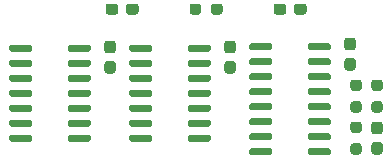
<source format=gbr>
%TF.GenerationSoftware,KiCad,Pcbnew,(5.1.7)-1*%
%TF.CreationDate,2021-03-23T20:34:08+01:00*%
%TF.ProjectId,sk-1_octave,736b2d31-5f6f-4637-9461-76652e6b6963,rev?*%
%TF.SameCoordinates,Original*%
%TF.FileFunction,Paste,Top*%
%TF.FilePolarity,Positive*%
%FSLAX46Y46*%
G04 Gerber Fmt 4.6, Leading zero omitted, Abs format (unit mm)*
G04 Created by KiCad (PCBNEW (5.1.7)-1) date 2021-03-23 20:34:08*
%MOMM*%
%LPD*%
G01*
G04 APERTURE LIST*
G04 APERTURE END LIST*
%TO.C,R4*%
G36*
G01*
X106442500Y-111931000D02*
X106917500Y-111931000D01*
G75*
G02*
X107155000Y-112168500I0J-237500D01*
G01*
X107155000Y-112668500D01*
G75*
G02*
X106917500Y-112906000I-237500J0D01*
G01*
X106442500Y-112906000D01*
G75*
G02*
X106205000Y-112668500I0J237500D01*
G01*
X106205000Y-112168500D01*
G75*
G02*
X106442500Y-111931000I237500J0D01*
G01*
G37*
G36*
G01*
X106442500Y-110106000D02*
X106917500Y-110106000D01*
G75*
G02*
X107155000Y-110343500I0J-237500D01*
G01*
X107155000Y-110843500D01*
G75*
G02*
X106917500Y-111081000I-237500J0D01*
G01*
X106442500Y-111081000D01*
G75*
G02*
X106205000Y-110843500I0J237500D01*
G01*
X106205000Y-110343500D01*
G75*
G02*
X106442500Y-110106000I237500J0D01*
G01*
G37*
%TD*%
%TO.C,R3*%
G36*
G01*
X106917500Y-107525000D02*
X106442500Y-107525000D01*
G75*
G02*
X106205000Y-107287500I0J237500D01*
G01*
X106205000Y-106787500D01*
G75*
G02*
X106442500Y-106550000I237500J0D01*
G01*
X106917500Y-106550000D01*
G75*
G02*
X107155000Y-106787500I0J-237500D01*
G01*
X107155000Y-107287500D01*
G75*
G02*
X106917500Y-107525000I-237500J0D01*
G01*
G37*
G36*
G01*
X106917500Y-109350000D02*
X106442500Y-109350000D01*
G75*
G02*
X106205000Y-109112500I0J237500D01*
G01*
X106205000Y-108612500D01*
G75*
G02*
X106442500Y-108375000I237500J0D01*
G01*
X106917500Y-108375000D01*
G75*
G02*
X107155000Y-108612500I0J-237500D01*
G01*
X107155000Y-109112500D01*
G75*
G02*
X106917500Y-109350000I-237500J0D01*
G01*
G37*
%TD*%
%TO.C,R2*%
G36*
G01*
X108220500Y-108375000D02*
X108695500Y-108375000D01*
G75*
G02*
X108933000Y-108612500I0J-237500D01*
G01*
X108933000Y-109112500D01*
G75*
G02*
X108695500Y-109350000I-237500J0D01*
G01*
X108220500Y-109350000D01*
G75*
G02*
X107983000Y-109112500I0J237500D01*
G01*
X107983000Y-108612500D01*
G75*
G02*
X108220500Y-108375000I237500J0D01*
G01*
G37*
G36*
G01*
X108220500Y-106550000D02*
X108695500Y-106550000D01*
G75*
G02*
X108933000Y-106787500I0J-237500D01*
G01*
X108933000Y-107287500D01*
G75*
G02*
X108695500Y-107525000I-237500J0D01*
G01*
X108220500Y-107525000D01*
G75*
G02*
X107983000Y-107287500I0J237500D01*
G01*
X107983000Y-106787500D01*
G75*
G02*
X108220500Y-106550000I237500J0D01*
G01*
G37*
%TD*%
%TO.C,C6*%
G36*
G01*
X101417000Y-100821500D02*
X101417000Y-100346500D01*
G75*
G02*
X101654500Y-100109000I237500J0D01*
G01*
X102254500Y-100109000D01*
G75*
G02*
X102492000Y-100346500I0J-237500D01*
G01*
X102492000Y-100821500D01*
G75*
G02*
X102254500Y-101059000I-237500J0D01*
G01*
X101654500Y-101059000D01*
G75*
G02*
X101417000Y-100821500I0J237500D01*
G01*
G37*
G36*
G01*
X99692000Y-100821500D02*
X99692000Y-100346500D01*
G75*
G02*
X99929500Y-100109000I237500J0D01*
G01*
X100529500Y-100109000D01*
G75*
G02*
X100767000Y-100346500I0J-237500D01*
G01*
X100767000Y-100821500D01*
G75*
G02*
X100529500Y-101059000I-237500J0D01*
G01*
X99929500Y-101059000D01*
G75*
G02*
X99692000Y-100821500I0J237500D01*
G01*
G37*
%TD*%
%TO.C,C5*%
G36*
G01*
X95774500Y-104973000D02*
X96249500Y-104973000D01*
G75*
G02*
X96487000Y-105210500I0J-237500D01*
G01*
X96487000Y-105810500D01*
G75*
G02*
X96249500Y-106048000I-237500J0D01*
G01*
X95774500Y-106048000D01*
G75*
G02*
X95537000Y-105810500I0J237500D01*
G01*
X95537000Y-105210500D01*
G75*
G02*
X95774500Y-104973000I237500J0D01*
G01*
G37*
G36*
G01*
X95774500Y-103248000D02*
X96249500Y-103248000D01*
G75*
G02*
X96487000Y-103485500I0J-237500D01*
G01*
X96487000Y-104085500D01*
G75*
G02*
X96249500Y-104323000I-237500J0D01*
G01*
X95774500Y-104323000D01*
G75*
G02*
X95537000Y-104085500I0J237500D01*
G01*
X95537000Y-103485500D01*
G75*
G02*
X95774500Y-103248000I237500J0D01*
G01*
G37*
%TD*%
%TO.C,U3*%
G36*
G01*
X102592000Y-103909000D02*
X102592000Y-103609000D01*
G75*
G02*
X102742000Y-103459000I150000J0D01*
G01*
X104392000Y-103459000D01*
G75*
G02*
X104542000Y-103609000I0J-150000D01*
G01*
X104542000Y-103909000D01*
G75*
G02*
X104392000Y-104059000I-150000J0D01*
G01*
X102742000Y-104059000D01*
G75*
G02*
X102592000Y-103909000I0J150000D01*
G01*
G37*
G36*
G01*
X102592000Y-105179000D02*
X102592000Y-104879000D01*
G75*
G02*
X102742000Y-104729000I150000J0D01*
G01*
X104392000Y-104729000D01*
G75*
G02*
X104542000Y-104879000I0J-150000D01*
G01*
X104542000Y-105179000D01*
G75*
G02*
X104392000Y-105329000I-150000J0D01*
G01*
X102742000Y-105329000D01*
G75*
G02*
X102592000Y-105179000I0J150000D01*
G01*
G37*
G36*
G01*
X102592000Y-106449000D02*
X102592000Y-106149000D01*
G75*
G02*
X102742000Y-105999000I150000J0D01*
G01*
X104392000Y-105999000D01*
G75*
G02*
X104542000Y-106149000I0J-150000D01*
G01*
X104542000Y-106449000D01*
G75*
G02*
X104392000Y-106599000I-150000J0D01*
G01*
X102742000Y-106599000D01*
G75*
G02*
X102592000Y-106449000I0J150000D01*
G01*
G37*
G36*
G01*
X102592000Y-107719000D02*
X102592000Y-107419000D01*
G75*
G02*
X102742000Y-107269000I150000J0D01*
G01*
X104392000Y-107269000D01*
G75*
G02*
X104542000Y-107419000I0J-150000D01*
G01*
X104542000Y-107719000D01*
G75*
G02*
X104392000Y-107869000I-150000J0D01*
G01*
X102742000Y-107869000D01*
G75*
G02*
X102592000Y-107719000I0J150000D01*
G01*
G37*
G36*
G01*
X102592000Y-108989000D02*
X102592000Y-108689000D01*
G75*
G02*
X102742000Y-108539000I150000J0D01*
G01*
X104392000Y-108539000D01*
G75*
G02*
X104542000Y-108689000I0J-150000D01*
G01*
X104542000Y-108989000D01*
G75*
G02*
X104392000Y-109139000I-150000J0D01*
G01*
X102742000Y-109139000D01*
G75*
G02*
X102592000Y-108989000I0J150000D01*
G01*
G37*
G36*
G01*
X102592000Y-110259000D02*
X102592000Y-109959000D01*
G75*
G02*
X102742000Y-109809000I150000J0D01*
G01*
X104392000Y-109809000D01*
G75*
G02*
X104542000Y-109959000I0J-150000D01*
G01*
X104542000Y-110259000D01*
G75*
G02*
X104392000Y-110409000I-150000J0D01*
G01*
X102742000Y-110409000D01*
G75*
G02*
X102592000Y-110259000I0J150000D01*
G01*
G37*
G36*
G01*
X102592000Y-111529000D02*
X102592000Y-111229000D01*
G75*
G02*
X102742000Y-111079000I150000J0D01*
G01*
X104392000Y-111079000D01*
G75*
G02*
X104542000Y-111229000I0J-150000D01*
G01*
X104542000Y-111529000D01*
G75*
G02*
X104392000Y-111679000I-150000J0D01*
G01*
X102742000Y-111679000D01*
G75*
G02*
X102592000Y-111529000I0J150000D01*
G01*
G37*
G36*
G01*
X102592000Y-112799000D02*
X102592000Y-112499000D01*
G75*
G02*
X102742000Y-112349000I150000J0D01*
G01*
X104392000Y-112349000D01*
G75*
G02*
X104542000Y-112499000I0J-150000D01*
G01*
X104542000Y-112799000D01*
G75*
G02*
X104392000Y-112949000I-150000J0D01*
G01*
X102742000Y-112949000D01*
G75*
G02*
X102592000Y-112799000I0J150000D01*
G01*
G37*
G36*
G01*
X97642000Y-112799000D02*
X97642000Y-112499000D01*
G75*
G02*
X97792000Y-112349000I150000J0D01*
G01*
X99442000Y-112349000D01*
G75*
G02*
X99592000Y-112499000I0J-150000D01*
G01*
X99592000Y-112799000D01*
G75*
G02*
X99442000Y-112949000I-150000J0D01*
G01*
X97792000Y-112949000D01*
G75*
G02*
X97642000Y-112799000I0J150000D01*
G01*
G37*
G36*
G01*
X97642000Y-111529000D02*
X97642000Y-111229000D01*
G75*
G02*
X97792000Y-111079000I150000J0D01*
G01*
X99442000Y-111079000D01*
G75*
G02*
X99592000Y-111229000I0J-150000D01*
G01*
X99592000Y-111529000D01*
G75*
G02*
X99442000Y-111679000I-150000J0D01*
G01*
X97792000Y-111679000D01*
G75*
G02*
X97642000Y-111529000I0J150000D01*
G01*
G37*
G36*
G01*
X97642000Y-110259000D02*
X97642000Y-109959000D01*
G75*
G02*
X97792000Y-109809000I150000J0D01*
G01*
X99442000Y-109809000D01*
G75*
G02*
X99592000Y-109959000I0J-150000D01*
G01*
X99592000Y-110259000D01*
G75*
G02*
X99442000Y-110409000I-150000J0D01*
G01*
X97792000Y-110409000D01*
G75*
G02*
X97642000Y-110259000I0J150000D01*
G01*
G37*
G36*
G01*
X97642000Y-108989000D02*
X97642000Y-108689000D01*
G75*
G02*
X97792000Y-108539000I150000J0D01*
G01*
X99442000Y-108539000D01*
G75*
G02*
X99592000Y-108689000I0J-150000D01*
G01*
X99592000Y-108989000D01*
G75*
G02*
X99442000Y-109139000I-150000J0D01*
G01*
X97792000Y-109139000D01*
G75*
G02*
X97642000Y-108989000I0J150000D01*
G01*
G37*
G36*
G01*
X97642000Y-107719000D02*
X97642000Y-107419000D01*
G75*
G02*
X97792000Y-107269000I150000J0D01*
G01*
X99442000Y-107269000D01*
G75*
G02*
X99592000Y-107419000I0J-150000D01*
G01*
X99592000Y-107719000D01*
G75*
G02*
X99442000Y-107869000I-150000J0D01*
G01*
X97792000Y-107869000D01*
G75*
G02*
X97642000Y-107719000I0J150000D01*
G01*
G37*
G36*
G01*
X97642000Y-106449000D02*
X97642000Y-106149000D01*
G75*
G02*
X97792000Y-105999000I150000J0D01*
G01*
X99442000Y-105999000D01*
G75*
G02*
X99592000Y-106149000I0J-150000D01*
G01*
X99592000Y-106449000D01*
G75*
G02*
X99442000Y-106599000I-150000J0D01*
G01*
X97792000Y-106599000D01*
G75*
G02*
X97642000Y-106449000I0J150000D01*
G01*
G37*
G36*
G01*
X97642000Y-105179000D02*
X97642000Y-104879000D01*
G75*
G02*
X97792000Y-104729000I150000J0D01*
G01*
X99442000Y-104729000D01*
G75*
G02*
X99592000Y-104879000I0J-150000D01*
G01*
X99592000Y-105179000D01*
G75*
G02*
X99442000Y-105329000I-150000J0D01*
G01*
X97792000Y-105329000D01*
G75*
G02*
X97642000Y-105179000I0J150000D01*
G01*
G37*
G36*
G01*
X97642000Y-103909000D02*
X97642000Y-103609000D01*
G75*
G02*
X97792000Y-103459000I150000J0D01*
G01*
X99442000Y-103459000D01*
G75*
G02*
X99592000Y-103609000I0J-150000D01*
G01*
X99592000Y-103909000D01*
G75*
G02*
X99442000Y-104059000I-150000J0D01*
G01*
X97792000Y-104059000D01*
G75*
G02*
X97642000Y-103909000I0J150000D01*
G01*
G37*
%TD*%
%TO.C,U2*%
G36*
G01*
X92432000Y-104036000D02*
X92432000Y-103736000D01*
G75*
G02*
X92582000Y-103586000I150000J0D01*
G01*
X94232000Y-103586000D01*
G75*
G02*
X94382000Y-103736000I0J-150000D01*
G01*
X94382000Y-104036000D01*
G75*
G02*
X94232000Y-104186000I-150000J0D01*
G01*
X92582000Y-104186000D01*
G75*
G02*
X92432000Y-104036000I0J150000D01*
G01*
G37*
G36*
G01*
X92432000Y-105306000D02*
X92432000Y-105006000D01*
G75*
G02*
X92582000Y-104856000I150000J0D01*
G01*
X94232000Y-104856000D01*
G75*
G02*
X94382000Y-105006000I0J-150000D01*
G01*
X94382000Y-105306000D01*
G75*
G02*
X94232000Y-105456000I-150000J0D01*
G01*
X92582000Y-105456000D01*
G75*
G02*
X92432000Y-105306000I0J150000D01*
G01*
G37*
G36*
G01*
X92432000Y-106576000D02*
X92432000Y-106276000D01*
G75*
G02*
X92582000Y-106126000I150000J0D01*
G01*
X94232000Y-106126000D01*
G75*
G02*
X94382000Y-106276000I0J-150000D01*
G01*
X94382000Y-106576000D01*
G75*
G02*
X94232000Y-106726000I-150000J0D01*
G01*
X92582000Y-106726000D01*
G75*
G02*
X92432000Y-106576000I0J150000D01*
G01*
G37*
G36*
G01*
X92432000Y-107846000D02*
X92432000Y-107546000D01*
G75*
G02*
X92582000Y-107396000I150000J0D01*
G01*
X94232000Y-107396000D01*
G75*
G02*
X94382000Y-107546000I0J-150000D01*
G01*
X94382000Y-107846000D01*
G75*
G02*
X94232000Y-107996000I-150000J0D01*
G01*
X92582000Y-107996000D01*
G75*
G02*
X92432000Y-107846000I0J150000D01*
G01*
G37*
G36*
G01*
X92432000Y-109116000D02*
X92432000Y-108816000D01*
G75*
G02*
X92582000Y-108666000I150000J0D01*
G01*
X94232000Y-108666000D01*
G75*
G02*
X94382000Y-108816000I0J-150000D01*
G01*
X94382000Y-109116000D01*
G75*
G02*
X94232000Y-109266000I-150000J0D01*
G01*
X92582000Y-109266000D01*
G75*
G02*
X92432000Y-109116000I0J150000D01*
G01*
G37*
G36*
G01*
X92432000Y-110386000D02*
X92432000Y-110086000D01*
G75*
G02*
X92582000Y-109936000I150000J0D01*
G01*
X94232000Y-109936000D01*
G75*
G02*
X94382000Y-110086000I0J-150000D01*
G01*
X94382000Y-110386000D01*
G75*
G02*
X94232000Y-110536000I-150000J0D01*
G01*
X92582000Y-110536000D01*
G75*
G02*
X92432000Y-110386000I0J150000D01*
G01*
G37*
G36*
G01*
X92432000Y-111656000D02*
X92432000Y-111356000D01*
G75*
G02*
X92582000Y-111206000I150000J0D01*
G01*
X94232000Y-111206000D01*
G75*
G02*
X94382000Y-111356000I0J-150000D01*
G01*
X94382000Y-111656000D01*
G75*
G02*
X94232000Y-111806000I-150000J0D01*
G01*
X92582000Y-111806000D01*
G75*
G02*
X92432000Y-111656000I0J150000D01*
G01*
G37*
G36*
G01*
X87482000Y-111656000D02*
X87482000Y-111356000D01*
G75*
G02*
X87632000Y-111206000I150000J0D01*
G01*
X89282000Y-111206000D01*
G75*
G02*
X89432000Y-111356000I0J-150000D01*
G01*
X89432000Y-111656000D01*
G75*
G02*
X89282000Y-111806000I-150000J0D01*
G01*
X87632000Y-111806000D01*
G75*
G02*
X87482000Y-111656000I0J150000D01*
G01*
G37*
G36*
G01*
X87482000Y-110386000D02*
X87482000Y-110086000D01*
G75*
G02*
X87632000Y-109936000I150000J0D01*
G01*
X89282000Y-109936000D01*
G75*
G02*
X89432000Y-110086000I0J-150000D01*
G01*
X89432000Y-110386000D01*
G75*
G02*
X89282000Y-110536000I-150000J0D01*
G01*
X87632000Y-110536000D01*
G75*
G02*
X87482000Y-110386000I0J150000D01*
G01*
G37*
G36*
G01*
X87482000Y-109116000D02*
X87482000Y-108816000D01*
G75*
G02*
X87632000Y-108666000I150000J0D01*
G01*
X89282000Y-108666000D01*
G75*
G02*
X89432000Y-108816000I0J-150000D01*
G01*
X89432000Y-109116000D01*
G75*
G02*
X89282000Y-109266000I-150000J0D01*
G01*
X87632000Y-109266000D01*
G75*
G02*
X87482000Y-109116000I0J150000D01*
G01*
G37*
G36*
G01*
X87482000Y-107846000D02*
X87482000Y-107546000D01*
G75*
G02*
X87632000Y-107396000I150000J0D01*
G01*
X89282000Y-107396000D01*
G75*
G02*
X89432000Y-107546000I0J-150000D01*
G01*
X89432000Y-107846000D01*
G75*
G02*
X89282000Y-107996000I-150000J0D01*
G01*
X87632000Y-107996000D01*
G75*
G02*
X87482000Y-107846000I0J150000D01*
G01*
G37*
G36*
G01*
X87482000Y-106576000D02*
X87482000Y-106276000D01*
G75*
G02*
X87632000Y-106126000I150000J0D01*
G01*
X89282000Y-106126000D01*
G75*
G02*
X89432000Y-106276000I0J-150000D01*
G01*
X89432000Y-106576000D01*
G75*
G02*
X89282000Y-106726000I-150000J0D01*
G01*
X87632000Y-106726000D01*
G75*
G02*
X87482000Y-106576000I0J150000D01*
G01*
G37*
G36*
G01*
X87482000Y-105306000D02*
X87482000Y-105006000D01*
G75*
G02*
X87632000Y-104856000I150000J0D01*
G01*
X89282000Y-104856000D01*
G75*
G02*
X89432000Y-105006000I0J-150000D01*
G01*
X89432000Y-105306000D01*
G75*
G02*
X89282000Y-105456000I-150000J0D01*
G01*
X87632000Y-105456000D01*
G75*
G02*
X87482000Y-105306000I0J150000D01*
G01*
G37*
G36*
G01*
X87482000Y-104036000D02*
X87482000Y-103736000D01*
G75*
G02*
X87632000Y-103586000I150000J0D01*
G01*
X89282000Y-103586000D01*
G75*
G02*
X89432000Y-103736000I0J-150000D01*
G01*
X89432000Y-104036000D01*
G75*
G02*
X89282000Y-104186000I-150000J0D01*
G01*
X87632000Y-104186000D01*
G75*
G02*
X87482000Y-104036000I0J150000D01*
G01*
G37*
%TD*%
%TO.C,U1*%
G36*
G01*
X82272000Y-104036000D02*
X82272000Y-103736000D01*
G75*
G02*
X82422000Y-103586000I150000J0D01*
G01*
X84072000Y-103586000D01*
G75*
G02*
X84222000Y-103736000I0J-150000D01*
G01*
X84222000Y-104036000D01*
G75*
G02*
X84072000Y-104186000I-150000J0D01*
G01*
X82422000Y-104186000D01*
G75*
G02*
X82272000Y-104036000I0J150000D01*
G01*
G37*
G36*
G01*
X82272000Y-105306000D02*
X82272000Y-105006000D01*
G75*
G02*
X82422000Y-104856000I150000J0D01*
G01*
X84072000Y-104856000D01*
G75*
G02*
X84222000Y-105006000I0J-150000D01*
G01*
X84222000Y-105306000D01*
G75*
G02*
X84072000Y-105456000I-150000J0D01*
G01*
X82422000Y-105456000D01*
G75*
G02*
X82272000Y-105306000I0J150000D01*
G01*
G37*
G36*
G01*
X82272000Y-106576000D02*
X82272000Y-106276000D01*
G75*
G02*
X82422000Y-106126000I150000J0D01*
G01*
X84072000Y-106126000D01*
G75*
G02*
X84222000Y-106276000I0J-150000D01*
G01*
X84222000Y-106576000D01*
G75*
G02*
X84072000Y-106726000I-150000J0D01*
G01*
X82422000Y-106726000D01*
G75*
G02*
X82272000Y-106576000I0J150000D01*
G01*
G37*
G36*
G01*
X82272000Y-107846000D02*
X82272000Y-107546000D01*
G75*
G02*
X82422000Y-107396000I150000J0D01*
G01*
X84072000Y-107396000D01*
G75*
G02*
X84222000Y-107546000I0J-150000D01*
G01*
X84222000Y-107846000D01*
G75*
G02*
X84072000Y-107996000I-150000J0D01*
G01*
X82422000Y-107996000D01*
G75*
G02*
X82272000Y-107846000I0J150000D01*
G01*
G37*
G36*
G01*
X82272000Y-109116000D02*
X82272000Y-108816000D01*
G75*
G02*
X82422000Y-108666000I150000J0D01*
G01*
X84072000Y-108666000D01*
G75*
G02*
X84222000Y-108816000I0J-150000D01*
G01*
X84222000Y-109116000D01*
G75*
G02*
X84072000Y-109266000I-150000J0D01*
G01*
X82422000Y-109266000D01*
G75*
G02*
X82272000Y-109116000I0J150000D01*
G01*
G37*
G36*
G01*
X82272000Y-110386000D02*
X82272000Y-110086000D01*
G75*
G02*
X82422000Y-109936000I150000J0D01*
G01*
X84072000Y-109936000D01*
G75*
G02*
X84222000Y-110086000I0J-150000D01*
G01*
X84222000Y-110386000D01*
G75*
G02*
X84072000Y-110536000I-150000J0D01*
G01*
X82422000Y-110536000D01*
G75*
G02*
X82272000Y-110386000I0J150000D01*
G01*
G37*
G36*
G01*
X82272000Y-111656000D02*
X82272000Y-111356000D01*
G75*
G02*
X82422000Y-111206000I150000J0D01*
G01*
X84072000Y-111206000D01*
G75*
G02*
X84222000Y-111356000I0J-150000D01*
G01*
X84222000Y-111656000D01*
G75*
G02*
X84072000Y-111806000I-150000J0D01*
G01*
X82422000Y-111806000D01*
G75*
G02*
X82272000Y-111656000I0J150000D01*
G01*
G37*
G36*
G01*
X77322000Y-111656000D02*
X77322000Y-111356000D01*
G75*
G02*
X77472000Y-111206000I150000J0D01*
G01*
X79122000Y-111206000D01*
G75*
G02*
X79272000Y-111356000I0J-150000D01*
G01*
X79272000Y-111656000D01*
G75*
G02*
X79122000Y-111806000I-150000J0D01*
G01*
X77472000Y-111806000D01*
G75*
G02*
X77322000Y-111656000I0J150000D01*
G01*
G37*
G36*
G01*
X77322000Y-110386000D02*
X77322000Y-110086000D01*
G75*
G02*
X77472000Y-109936000I150000J0D01*
G01*
X79122000Y-109936000D01*
G75*
G02*
X79272000Y-110086000I0J-150000D01*
G01*
X79272000Y-110386000D01*
G75*
G02*
X79122000Y-110536000I-150000J0D01*
G01*
X77472000Y-110536000D01*
G75*
G02*
X77322000Y-110386000I0J150000D01*
G01*
G37*
G36*
G01*
X77322000Y-109116000D02*
X77322000Y-108816000D01*
G75*
G02*
X77472000Y-108666000I150000J0D01*
G01*
X79122000Y-108666000D01*
G75*
G02*
X79272000Y-108816000I0J-150000D01*
G01*
X79272000Y-109116000D01*
G75*
G02*
X79122000Y-109266000I-150000J0D01*
G01*
X77472000Y-109266000D01*
G75*
G02*
X77322000Y-109116000I0J150000D01*
G01*
G37*
G36*
G01*
X77322000Y-107846000D02*
X77322000Y-107546000D01*
G75*
G02*
X77472000Y-107396000I150000J0D01*
G01*
X79122000Y-107396000D01*
G75*
G02*
X79272000Y-107546000I0J-150000D01*
G01*
X79272000Y-107846000D01*
G75*
G02*
X79122000Y-107996000I-150000J0D01*
G01*
X77472000Y-107996000D01*
G75*
G02*
X77322000Y-107846000I0J150000D01*
G01*
G37*
G36*
G01*
X77322000Y-106576000D02*
X77322000Y-106276000D01*
G75*
G02*
X77472000Y-106126000I150000J0D01*
G01*
X79122000Y-106126000D01*
G75*
G02*
X79272000Y-106276000I0J-150000D01*
G01*
X79272000Y-106576000D01*
G75*
G02*
X79122000Y-106726000I-150000J0D01*
G01*
X77472000Y-106726000D01*
G75*
G02*
X77322000Y-106576000I0J150000D01*
G01*
G37*
G36*
G01*
X77322000Y-105306000D02*
X77322000Y-105006000D01*
G75*
G02*
X77472000Y-104856000I150000J0D01*
G01*
X79122000Y-104856000D01*
G75*
G02*
X79272000Y-105006000I0J-150000D01*
G01*
X79272000Y-105306000D01*
G75*
G02*
X79122000Y-105456000I-150000J0D01*
G01*
X77472000Y-105456000D01*
G75*
G02*
X77322000Y-105306000I0J150000D01*
G01*
G37*
G36*
G01*
X77322000Y-104036000D02*
X77322000Y-103736000D01*
G75*
G02*
X77472000Y-103586000I150000J0D01*
G01*
X79122000Y-103586000D01*
G75*
G02*
X79272000Y-103736000I0J-150000D01*
G01*
X79272000Y-104036000D01*
G75*
G02*
X79122000Y-104186000I-150000J0D01*
G01*
X77472000Y-104186000D01*
G75*
G02*
X77322000Y-104036000I0J150000D01*
G01*
G37*
%TD*%
%TO.C,R1*%
G36*
G01*
X94405000Y-100821500D02*
X94405000Y-100346500D01*
G75*
G02*
X94642500Y-100109000I237500J0D01*
G01*
X95142500Y-100109000D01*
G75*
G02*
X95380000Y-100346500I0J-237500D01*
G01*
X95380000Y-100821500D01*
G75*
G02*
X95142500Y-101059000I-237500J0D01*
G01*
X94642500Y-101059000D01*
G75*
G02*
X94405000Y-100821500I0J237500D01*
G01*
G37*
G36*
G01*
X92580000Y-100821500D02*
X92580000Y-100346500D01*
G75*
G02*
X92817500Y-100109000I237500J0D01*
G01*
X93317500Y-100109000D01*
G75*
G02*
X93555000Y-100346500I0J-237500D01*
G01*
X93555000Y-100821500D01*
G75*
G02*
X93317500Y-101059000I-237500J0D01*
G01*
X92817500Y-101059000D01*
G75*
G02*
X92580000Y-100821500I0J237500D01*
G01*
G37*
%TD*%
%TO.C,C4*%
G36*
G01*
X105934500Y-104719000D02*
X106409500Y-104719000D01*
G75*
G02*
X106647000Y-104956500I0J-237500D01*
G01*
X106647000Y-105556500D01*
G75*
G02*
X106409500Y-105794000I-237500J0D01*
G01*
X105934500Y-105794000D01*
G75*
G02*
X105697000Y-105556500I0J237500D01*
G01*
X105697000Y-104956500D01*
G75*
G02*
X105934500Y-104719000I237500J0D01*
G01*
G37*
G36*
G01*
X105934500Y-102994000D02*
X106409500Y-102994000D01*
G75*
G02*
X106647000Y-103231500I0J-237500D01*
G01*
X106647000Y-103831500D01*
G75*
G02*
X106409500Y-104069000I-237500J0D01*
G01*
X105934500Y-104069000D01*
G75*
G02*
X105697000Y-103831500I0J237500D01*
G01*
X105697000Y-103231500D01*
G75*
G02*
X105934500Y-102994000I237500J0D01*
G01*
G37*
%TD*%
%TO.C,C3*%
G36*
G01*
X85614500Y-104973000D02*
X86089500Y-104973000D01*
G75*
G02*
X86327000Y-105210500I0J-237500D01*
G01*
X86327000Y-105810500D01*
G75*
G02*
X86089500Y-106048000I-237500J0D01*
G01*
X85614500Y-106048000D01*
G75*
G02*
X85377000Y-105810500I0J237500D01*
G01*
X85377000Y-105210500D01*
G75*
G02*
X85614500Y-104973000I237500J0D01*
G01*
G37*
G36*
G01*
X85614500Y-103248000D02*
X86089500Y-103248000D01*
G75*
G02*
X86327000Y-103485500I0J-237500D01*
G01*
X86327000Y-104085500D01*
G75*
G02*
X86089500Y-104323000I-237500J0D01*
G01*
X85614500Y-104323000D01*
G75*
G02*
X85377000Y-104085500I0J237500D01*
G01*
X85377000Y-103485500D01*
G75*
G02*
X85614500Y-103248000I237500J0D01*
G01*
G37*
%TD*%
%TO.C,C2*%
G36*
G01*
X86543000Y-100346500D02*
X86543000Y-100821500D01*
G75*
G02*
X86305500Y-101059000I-237500J0D01*
G01*
X85705500Y-101059000D01*
G75*
G02*
X85468000Y-100821500I0J237500D01*
G01*
X85468000Y-100346500D01*
G75*
G02*
X85705500Y-100109000I237500J0D01*
G01*
X86305500Y-100109000D01*
G75*
G02*
X86543000Y-100346500I0J-237500D01*
G01*
G37*
G36*
G01*
X88268000Y-100346500D02*
X88268000Y-100821500D01*
G75*
G02*
X88030500Y-101059000I-237500J0D01*
G01*
X87430500Y-101059000D01*
G75*
G02*
X87193000Y-100821500I0J237500D01*
G01*
X87193000Y-100346500D01*
G75*
G02*
X87430500Y-100109000I237500J0D01*
G01*
X88030500Y-100109000D01*
G75*
G02*
X88268000Y-100346500I0J-237500D01*
G01*
G37*
%TD*%
%TO.C,C1*%
G36*
G01*
X108220500Y-111831000D02*
X108695500Y-111831000D01*
G75*
G02*
X108933000Y-112068500I0J-237500D01*
G01*
X108933000Y-112668500D01*
G75*
G02*
X108695500Y-112906000I-237500J0D01*
G01*
X108220500Y-112906000D01*
G75*
G02*
X107983000Y-112668500I0J237500D01*
G01*
X107983000Y-112068500D01*
G75*
G02*
X108220500Y-111831000I237500J0D01*
G01*
G37*
G36*
G01*
X108220500Y-110106000D02*
X108695500Y-110106000D01*
G75*
G02*
X108933000Y-110343500I0J-237500D01*
G01*
X108933000Y-110943500D01*
G75*
G02*
X108695500Y-111181000I-237500J0D01*
G01*
X108220500Y-111181000D01*
G75*
G02*
X107983000Y-110943500I0J237500D01*
G01*
X107983000Y-110343500D01*
G75*
G02*
X108220500Y-110106000I237500J0D01*
G01*
G37*
%TD*%
M02*

</source>
